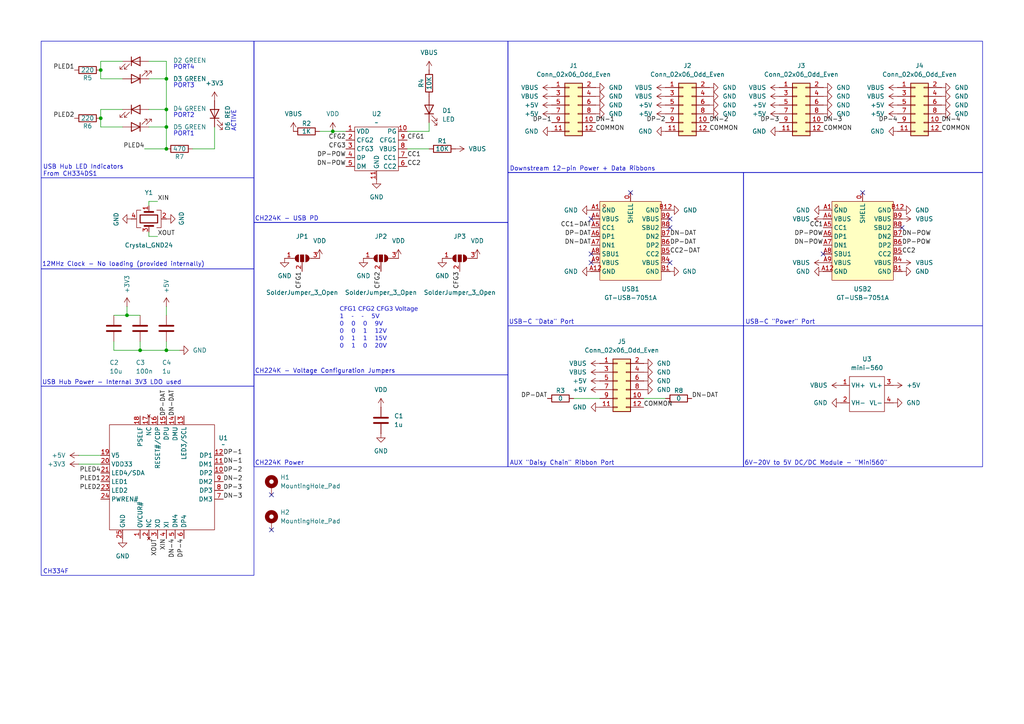
<source format=kicad_sch>
(kicad_sch (version 20231120) (generator "eeschema") (generator_version "8.0")
  (paper "A4")
  (lib_symbols
    (symbol "Connector_Generic:Conn_02x06_Odd_Even" (pin_names (offset 1.016) hide)
      (property "Reference" "J" (at 1.27 7.62 0))
      (property "Value" "Conn_02x06_Odd_Even" (at 1.27 -10.16 0))
      (symbol "Conn_02x06_Odd_Even_1_1"
        (rectangle (start -1.27 -7.493) (end 0 -7.747) (stroke (width 0.1524)))
        (rectangle (start -1.27 -4.953) (end 0 -5.207) (stroke (width 0.1524)))
        (rectangle (start -1.27 -2.413) (end 0 -2.667) (stroke (width 0.1524)))
        (rectangle (start -1.27 0.127) (end 0 -0.127) (stroke (width 0.1524)))
        (rectangle (start -1.27 2.667) (end 0 2.413) (stroke (width 0.1524)))
        (rectangle (start -1.27 5.207) (end 0 4.953) (stroke (width 0.1524)))
        (rectangle (start -1.27 6.35) (end 3.81 -8.89) (stroke (width 0.254)) (fill (type background)))
        (rectangle (start 3.81 -7.493) (end 2.54 -7.747) (stroke (width 0.1524)))
        (rectangle (start 3.81 -4.953) (end 2.54 -5.207) (stroke (width 0.1524)))
        (rectangle (start 3.81 -2.413) (end 2.54 -2.667) (stroke (width 0.1524)))
        (rectangle (start 3.81 0.127) (end 2.54 -0.127) (stroke (width 0.1524)))
        (rectangle (start 3.81 2.667) (end 2.54 2.413) (stroke (width 0.1524)))
        (rectangle (start 3.81 5.207) (end 2.54 4.953) (stroke (width 0.1524)))
        (pin passive line (at -5.08 5.08 0) (length 3.81) (name "Pin_1") (number "1"))
        (pin passive line (at 7.62 -5.08 180) (length 3.81) (name "Pin_10") (number "10"))
        (pin passive line (at -5.08 -7.62 0) (length 3.81) (name "Pin_11") (number "11"))
        (pin passive line (at 7.62 -7.62 180) (length 3.81) (name "Pin_12") (number "12"))
        (pin passive line (at 7.62 5.08 180) (length 3.81) (name "Pin_2") (number "2"))
        (pin passive line (at -5.08 2.54 0) (length 3.81) (name "Pin_3") (number "3"))
        (pin passive line (at 7.62 2.54 180) (length 3.81) (name "Pin_4") (number "4"))
        (pin passive line (at -5.08 0 0) (length 3.81) (name "Pin_5") (number "5"))
        (pin passive line (at 7.62 0 180) (length 3.81) (name "Pin_6") (number "6"))
        (pin passive line (at -5.08 -2.54 0) (length 3.81) (name "Pin_7") (number "7"))
        (pin passive line (at 7.62 -2.54 180) (length 3.81) (name "Pin_8") (number "8"))
        (pin passive line (at -5.08 -5.08 0) (length 3.81) (name "Pin_9") (number "9"))
      )
    )
    (symbol "Device:C" (pin_numbers hide) (pin_names (offset 0.254))
      (property "Reference" "C" (at 0.635 2.54 0))
      (property "Value" "C" (at 0.635 -2.54 0))
      (symbol "C_0_1"
        (polyline (pts (xy -2.032 -0.762) (xy 2.032 -0.762)) (stroke (width 0.508)))
        (polyline (pts (xy -2.032 0.762) (xy 2.032 0.762)) (stroke (width 0.508)))
      )
      (symbol "C_1_1"
        (pin passive line (at 0 3.81 270) (length 2.794) (name "~") (number "1"))
        (pin passive line (at 0 -3.81 90) (length 2.794) (name "~") (number "2"))
      )
    )
    (symbol "Device:Crystal_GND24" (pin_names (offset 1.016) hide)
      (property "Reference" "Y" (at 3.175 5.08 0))
      (property "Value" "Crystal_GND24" (at 3.175 3.175 0))
      (symbol "Crystal_GND24_0_1"
        (rectangle (start -1.143 2.54) (end 1.143 -2.54) (stroke (width 0.3048)))
        (polyline (pts (xy -2.54 0) (xy -2.032 0)))
        (polyline (pts (xy -2.032 -1.27) (xy -2.032 1.27)) (stroke (width 0.508)))
        (polyline (pts (xy 0 -3.81) (xy 0 -3.556)))
        (polyline (pts (xy 0 3.556) (xy 0 3.81)))
        (polyline (pts (xy 2.032 -1.27) (xy 2.032 1.27)) (stroke (width 0.508)))
        (polyline (pts (xy 2.032 0) (xy 2.54 0)))
        (polyline (pts (xy -2.54 -2.286) (xy -2.54 -3.556) (xy 2.54 -3.556) (xy 2.54 -2.286)))
        (polyline (pts (xy -2.54 2.286) (xy -2.54 3.556) (xy 2.54 3.556) (xy 2.54 2.286)))
      )
      (symbol "Crystal_GND24_1_1"
        (pin passive line (at -3.81 0 0) (length 1.27) (name "1") (number "1"))
        (pin passive line (at 0 5.08 270) (length 1.27) (name "2") (number "2"))
        (pin passive line (at 3.81 0 180) (length 1.27) (name "3") (number "3"))
        (pin passive line (at 0 -5.08 90) (length 1.27) (name "4") (number "4"))
      )
    )
    (symbol "Device:LED" (pin_numbers hide) (pin_names (offset 1.016) hide)
      (property "Reference" "D" (at 0 2.54 0))
      (property "Value" "LED" (at 0 -2.54 0))
      (symbol "LED_0_1"
        (polyline (pts (xy -1.27 -1.27) (xy -1.27 1.27)) (stroke (width 0.254)))
        (polyline (pts (xy -1.27 0) (xy 1.27 0)))
        (polyline (pts (xy 1.27 -1.27) (xy 1.27 1.27) (xy -1.27 0) (xy 1.27 -1.27)) (stroke (width 0.254)))
        (polyline (pts (xy -3.048 -0.762) (xy -4.572 -2.286) (xy -3.81 -2.286) (xy -4.572 -2.286) (xy -4.572 -1.524)))
        (polyline (pts (xy -1.778 -0.762) (xy -3.302 -2.286) (xy -2.54 -2.286) (xy -3.302 -2.286) (xy -3.302 -1.524)))
      )
      (symbol "LED_1_1"
        (pin passive line (at -3.81 0 0) (length 2.54) (name "K") (number "1"))
        (pin passive line (at 3.81 0 180) (length 2.54) (name "A") (number "2"))
      )
    )
    (symbol "Device:R" (pin_numbers hide) (pin_names (offset 0))
      (property "Reference" "R" (at 2.032 0 90))
      (property "Value" "R" (at 0 0 90))
      (symbol "R_0_1"
        (rectangle (start -1.016 -2.54) (end 1.016 2.54) (stroke (width 0.254)))
      )
      (symbol "R_1_1"
        (pin passive line (at 0 3.81 270) (length 1.27) (name "~") (number "1"))
        (pin passive line (at 0 -3.81 90) (length 1.27) (name "~") (number "2"))
      )
    )
    (symbol "Jumper:SolderJumper_3_Open" (pin_names (offset 0) hide) (exclude_from_sim yes) (in_bom no)
      (property "Reference" "JP" (at -2.54 -2.54 0))
      (property "Value" "SolderJumper_3_Open" (at 0 2.794 0))
      (symbol "SolderJumper_3_Open_0_1"
        (arc (start -1.016 1.016) (mid -2.0276 0) (end -1.016 -1.016))
        (arc (start -1.016 1.016) (mid -2.0276 0) (end -1.016 -1.016) (fill (type outline)))
        (rectangle (start -0.508 1.016) (end 0.508 -1.016) (fill (type outline)))
        (polyline (pts (xy -2.54 0) (xy -2.032 0)))
        (polyline (pts (xy -1.016 1.016) (xy -1.016 -1.016)))
        (polyline (pts (xy 0 -1.27) (xy 0 -1.016)))
        (polyline (pts (xy 1.016 1.016) (xy 1.016 -1.016)))
        (polyline (pts (xy 2.54 0) (xy 2.032 0)))
        (arc (start 1.016 -1.016) (mid 2.0276 0) (end 1.016 1.016))
        (arc (start 1.016 -1.016) (mid 2.0276 0) (end 1.016 1.016) (fill (type outline)))
      )
      (symbol "SolderJumper_3_Open_1_1"
        (pin passive line (at -5.08 0 0) (length 2.54) (name "A") (number "1"))
        (pin passive line (at 0 -3.81 90) (length 2.54) (name "C") (number "2"))
        (pin passive line (at 5.08 0 180) (length 2.54) (name "B") (number "3"))
      )
    )
    (symbol "Mechanical:MountingHole_Pad" (pin_numbers hide) (pin_names (offset 1.016) hide) (exclude_from_sim yes) (in_bom no)
      (property "Reference" "H" (at 0 6.35 0))
      (property "Value" "MountingHole_Pad" (at 0 4.445 0))
      (symbol "MountingHole_Pad_0_1"
        (circle (center 0 1.27) (radius 1.27) (stroke (width 1.27)))
      )
      (symbol "MountingHole_Pad_1_1"
        (pin input line (at 0 -2.54 90) (length 2.54) (name "1") (number "1"))
      )
    )
    (symbol "backbone-16:CH224K"
      (property "Reference" "U" (at 0 1.524 0))
      (symbol "CH224K_0_1"
        (rectangle (start -6.35 0) (end 6.35 -12.7))
      )
      (symbol "CH224K_1_1"
        (pin power_out line (at -8.89 -1.27 0) (length 2.54) (name "VDD") (number "1"))
        (pin bidirectional line (at 8.89 -1.27 180) (length 2.54) (name "PG") (number "10"))
        (pin power_in line (at 0 -15.24 90) (length 2.54) (name "GND") (number "11"))
        (pin input line (at -8.89 -3.81 0) (length 2.54) (name "CFG2") (number "2"))
        (pin input line (at -8.89 -6.35 0) (length 2.54) (name "CFG3") (number "3"))
        (pin bidirectional line (at -8.89 -8.89 0) (length 2.54) (name "DP") (number "4"))
        (pin bidirectional line (at -8.89 -11.43 0) (length 2.54) (name "DM") (number "5"))
        (pin bidirectional line (at 8.89 -11.43 180) (length 2.54) (name "CC2") (number "6"))
        (pin bidirectional line (at 8.89 -8.89 180) (length 2.54) (name "CC1") (number "7"))
        (pin power_in line (at 8.89 -6.35 180) (length 2.54) (name "VBUS") (number "8"))
        (pin input line (at 8.89 -3.81 180) (length 2.54) (name "CFG1") (number "9"))
      )
    )
    (symbol "backbone-16:CH334F"
      (property "Reference" "U" (at 0 0 0))
      (symbol "CH334F_0_0"
        (pin input line (at -6.35 -17.78 90) (length 2.54) (name "OVCUR#") (number "1"))
        (pin bidirectional line (at 17.78 1.27 180) (length 2.54) (name "DP2") (number "10"))
        (pin bidirectional line (at 17.78 3.81 180) (length 2.54) (name "DM1") (number "11"))
        (pin bidirectional line (at 17.78 6.35 180) (length 2.54) (name "DP1") (number "12"))
        (pin bidirectional line (at 6.35 17.78 270) (length 2.54) (name "LED3/SCL") (number "13"))
        (pin bidirectional line (at 3.81 17.78 270) (length 2.54) (name "DMU") (number "14"))
        (pin bidirectional line (at 1.27 17.78 270) (length 2.54) (name "DPU") (number "15"))
        (pin input line (at -1.27 17.78 270) (length 2.54) (name "RESET#/CDP") (number "16"))
        (pin no_connect line (at -3.81 17.78 270) (length 2.54) (name "NC") (number "17"))
        (pin bidirectional line (at -6.35 17.78 270) (length 2.54) (name "PSELF") (number "18"))
        (pin no_connect line (at -3.81 -17.78 90) (length 2.54) (name "NC") (number "2"))
        (pin power_in line (at -17.78 3.81 0) (length 2.54) (name "VDD33") (number "20"))
        (pin bidirectional line (at -17.78 1.27 0) (length 2.54) (name "LED4/SDA") (number "21"))
        (pin output line (at -17.78 -1.27 0) (length 2.54) (name "LED1") (number "22"))
        (pin output line (at -17.78 -3.81 0) (length 2.54) (name "LED2") (number "23"))
        (pin input line (at -17.78 -6.35 0) (length 2.54) (name "PWREN#") (number "24"))
        (pin bidirectional line (at -1.27 -17.78 90) (length 2.54) (name "XO") (number "3"))
        (pin bidirectional line (at 1.27 -17.78 90) (length 2.54) (name "XI") (number "4"))
        (pin bidirectional line (at 3.81 -17.78 90) (length 2.54) (name "DM4") (number "5"))
        (pin bidirectional line (at 6.35 -17.78 90) (length 2.54) (name "DP4") (number "6"))
        (pin bidirectional line (at 17.78 -6.35 180) (length 2.54) (name "DM3") (number "7"))
        (pin bidirectional line (at 17.78 -3.81 180) (length 2.54) (name "DP3") (number "8"))
        (pin bidirectional line (at 17.78 -1.27 180) (length 2.54) (name "DM2") (number "9"))
      )
      (symbol "CH334F_0_1"
        (rectangle (start -15.24 15.24) (end 15.24 -15.24))
      )
      (symbol "CH334F_1_0"
        (pin power_in line (at -17.78 6.35 0) (length 2.54) (name "V5") (number "19"))
        (pin power_in line (at -11.43 -17.78 90) (length 2.54) (name "GND") (number "25"))
      )
    )
    (symbol "backbone-16:mini-560"
      (property "Reference" "U1" (at 0 5.715 0))
      (property "Value" "mini-560" (at 0 3.175 0))
      (symbol "mini-560_0_1"
        (rectangle (start -5.08 0) (end 5.08 -10.16))
      )
      (symbol "mini-560_1_1"
        (pin input line (at -7.62 -2.54 0) (length 2.54) (name "VH+") (number "1"))
        (pin input line (at -7.62 -7.62 0) (length 2.54) (name "VH-") (number "2"))
        (pin output line (at 7.62 -2.54 180) (length 2.54) (name "VL+") (number "3"))
        (pin output line (at 7.62 -7.62 180) (length 2.54) (name "VL-") (number "4"))
      )
    )
    (symbol "easyeda2kicad:GT-USB-7051A"
      (property "Reference" "USB" (at 0 19.05 0))
      (property "Value" "GT-USB-7051A" (at 0 -13.97 0))
      (symbol "GT-USB-7051A_0_1"
        (rectangle (start -8.89 11.43) (end 8.89 -11.43) (fill (type background)))
        (circle (center -7.62 10.16) (radius 0.38))
        (pin unspecified line (at 0 13.97 270) (length 2.54) (name "SHELL") (number "0"))
        (pin unspecified line (at -11.43 8.89 0) (length 2.54) (name "GND") (number "A1"))
        (pin unspecified line (at -11.43 -8.89 0) (length 2.54) (name "GND") (number "A12"))
        (pin unspecified line (at -11.43 6.35 0) (length 2.54) (name "VBUS") (number "A4"))
        (pin unspecified line (at -11.43 3.81 0) (length 2.54) (name "CC1") (number "A5"))
        (pin unspecified line (at -11.43 1.27 0) (length 2.54) (name "DP1") (number "A6"))
        (pin unspecified line (at -11.43 -1.27 0) (length 2.54) (name "DN1") (number "A7"))
        (pin unspecified line (at -11.43 -3.81 0) (length 2.54) (name "SBU1") (number "A8"))
        (pin unspecified line (at -11.43 -6.35 0) (length 2.54) (name "VBUS") (number "A9"))
        (pin unspecified line (at 11.43 -8.89 180) (length 2.54) (name "GND") (number "B1"))
        (pin unspecified line (at 11.43 8.89 180) (length 2.54) (name "GND") (number "B12"))
        (pin unspecified line (at 11.43 -6.35 180) (length 2.54) (name "VBUS") (number "B4"))
        (pin unspecified line (at 11.43 -3.81 180) (length 2.54) (name "CC2") (number "B5"))
        (pin unspecified line (at 11.43 -1.27 180) (length 2.54) (name "DP2") (number "B6"))
        (pin unspecified line (at 11.43 1.27 180) (length 2.54) (name "DN2") (number "B7"))
        (pin unspecified line (at 11.43 3.81 180) (length 2.54) (name "SBU2") (number "B8"))
        (pin unspecified line (at 11.43 6.35 180) (length 2.54) (name "VBUS") (number "B9"))
      )
    )
    (symbol "power:+3V3" (power) (pin_numbers hide) (pin_names (offset 0) hide)
      (property "Value" "+3V3" (at 0 3.556 0))
      (symbol "+3V3_0_1"
        (polyline (pts (xy -0.762 1.27) (xy 0 2.54)))
        (polyline (pts (xy 0 0) (xy 0 2.54)))
        (polyline (pts (xy 0 2.54) (xy 0.762 1.27)))
      )
      (symbol "+3V3_1_1"
        (pin power_in line (at 0 0 90) (length 0) (name "~") (number "1"))
      )
    )
    (symbol "power:+5V" (power) (pin_numbers hide) (pin_names (offset 0) hide)
      (property "Value" "+5V" (at 0 3.556 0))
      (symbol "+5V_0_1"
        (polyline (pts (xy -0.762 1.27) (xy 0 2.54)))
        (polyline (pts (xy 0 0) (xy 0 2.54)))
        (polyline (pts (xy 0 2.54) (xy 0.762 1.27)))
      )
      (symbol "+5V_1_1"
        (pin power_in line (at 0 0 90) (length 0) (name "~") (number "1"))
      )
    )
    (symbol "power:GND" (power) (pin_numbers hide) (pin_names (offset 0) hide)
      (property "Value" "GND" (at 0 -3.81 0))
      (symbol "GND_0_1"
        (polyline (pts (xy 0 0) (xy 0 -1.27) (xy 1.27 -1.27) (xy 0 -2.54) (xy -1.27 -1.27) (xy 0 -1.27)))
      )
      (symbol "GND_1_1"
        (pin power_in line (at 0 0 270) (length 0) (name "~") (number "1"))
      )
    )
    (symbol "power:VBUS" (power) (pin_numbers hide) (pin_names (offset 0) hide)
      (property "Value" "VBUS" (at 0 3.556 0))
      (symbol "VBUS_0_1"
        (polyline (pts (xy -0.762 1.27) (xy 0 2.54)))
        (polyline (pts (xy 0 0) (xy 0 2.54)))
        (polyline (pts (xy 0 2.54) (xy 0.762 1.27)))
      )
      (symbol "VBUS_1_1"
        (pin power_in line (at 0 0 90) (length 0) (name "~") (number "1"))
      )
    )
    (symbol "power:VDD" (power) (pin_numbers hide) (pin_names (offset 0) hide)
      (property "Value" "VDD" (at 0 3.556 0))
      (symbol "VDD_0_1"
        (polyline (pts (xy -0.762 1.27) (xy 0 2.54)))
        (polyline (pts (xy 0 0) (xy 0 2.54)))
        (polyline (pts (xy 0 2.54) (xy 0.762 1.27)))
      )
      (symbol "VDD_1_1"
        (pin power_in line (at 0 0 90) (length 0) (name "~") (number "1"))
      )
    )
  )
  (junction (at 48.26 22.86))
  (junction (at 29.21 34.29))
  (junction (at 40.64 101.6))
  (junction (at 48.26 43.18))
  (junction (at 96.52 38.1))
  (junction (at 48.26 101.6))
  (junction (at 29.21 20.32))
  (junction (at 48.26 36.83))
  (junction (at 36.83 91.44))
  (junction (at 48.26 31.75))
  (no_connect (at 78.74 153.67))
  (no_connect (at 171.45 76.2))
  (no_connect (at 250.19 55.88))
  (no_connect (at 194.31 66.04))
  (no_connect (at 182.88 55.88))
  (no_connect (at 194.31 76.2))
  (no_connect (at 194.31 63.5))
  (no_connect (at 171.45 63.5))
  (no_connect (at 78.74 143.51))
  (no_connect (at 261.62 66.04))
  (no_connect (at 171.45 73.66))
  (no_connect (at 238.76 73.66))
  (wire (pts (xy 33.02 101.6) (xy 40.64 101.6)))
  (wire (pts (xy 48.26 88.9) (xy 48.26 91.44)))
  (wire (pts (xy 43.18 36.83) (xy 48.26 36.83)))
  (wire (pts (xy 40.64 101.6) (xy 48.26 101.6)))
  (wire (pts (xy 48.26 101.6) (xy 52.07 101.6)))
  (wire (pts (xy 96.52 38.1) (xy 100.33 38.1)))
  (wire (pts (xy 43.18 67.31) (xy 43.18 68.58)))
  (wire (pts (xy 118.11 38.1) (xy 124.46 38.1)))
  (wire (pts (xy 22.86 132.08) (xy 29.21 132.08)))
  (wire (pts (xy 43.18 58.42) (xy 43.18 59.69)))
  (wire (pts (xy 22.86 134.62) (xy 29.21 134.62)))
  (wire (pts (xy 43.18 31.75) (xy 48.26 31.75)))
  (wire (pts (xy 35.56 36.83) (xy 29.21 36.83)))
  (wire (pts (xy 33.02 91.44) (xy 36.83 91.44)))
  (wire (pts (xy 48.26 99.06) (xy 48.26 101.6)))
  (wire (pts (xy 62.23 36.83) (xy 62.23 43.18)))
  (wire (pts (xy 92.71 38.1) (xy 96.52 38.1)))
  (wire (pts (xy 36.83 91.44) (xy 40.64 91.44)))
  (wire (pts (xy 29.21 17.78) (xy 29.21 20.32)))
  (wire (pts (xy 48.26 36.83) (xy 48.26 43.18)))
  (wire (pts (xy 48.26 31.75) (xy 48.26 36.83)))
  (wire (pts (xy 36.83 91.44) (xy 36.83 88.9)))
  (wire (pts (xy 33.02 99.06) (xy 33.02 101.6)))
  (wire (pts (xy 43.18 22.86) (xy 48.26 22.86)))
  (wire (pts (xy 35.56 31.75) (xy 29.21 31.75)))
  (wire (pts (xy 29.21 36.83) (xy 29.21 34.29)))
  (wire (pts (xy 43.18 17.78) (xy 48.26 17.78)))
  (wire (pts (xy 29.21 22.86) (xy 29.21 20.32)))
  (wire (pts (xy 43.18 58.42) (xy 45.72 58.42)))
  (wire (pts (xy 35.56 22.86) (xy 29.21 22.86)))
  (wire (pts (xy 40.64 99.06) (xy 40.64 101.6)))
  (wire (pts (xy 29.21 31.75) (xy 29.21 34.29)))
  (wire (pts (xy 48.26 17.78) (xy 48.26 22.86)))
  (wire (pts (xy 186.69 115.57) (xy 193.04 115.57)))
  (wire (pts (xy 48.26 22.86) (xy 48.26 31.75)))
  (wire (pts (xy 166.37 115.57) (xy 173.99 115.57)))
  (wire (pts (xy 62.23 43.18) (xy 55.88 43.18)))
  (wire (pts (xy 124.46 35.56) (xy 124.46 38.1)))
  (wire (pts (xy 43.18 68.58) (xy 45.72 68.58)))
  (wire (pts (xy 118.11 43.18) (xy 124.46 43.18)))
  (wire (pts (xy 35.56 17.78) (xy 29.21 17.78)))
  (wire (pts (xy 41.91 43.18) (xy 48.26 43.18)))
  (rectangle (start 73.66 11.938) (end 147.32 64.516))
  (rectangle (start 73.66 64.516) (end 147.32 108.712))
  (rectangle (start 215.646 94.488) (end 284.988 135.382))
  (rectangle (start 147.32 50.038) (end 215.646 94.488))
  (rectangle (start 11.938 112.014) (end 73.66 166.878))
  (rectangle (start 215.646 50.038) (end 284.988 94.488))
  (rectangle (start 11.938 77.978) (end 73.66 112.014))
  (rectangle (start 11.938 51.562) (end 73.66 77.978))
  (rectangle (start 147.32 11.938) (end 284.988 50.038))
  (rectangle (start 73.66 108.712) (end 147.32 135.382))
  (rectangle (start 147.32 94.488) (end 215.646 135.382))
  (rectangle (start 11.938 11.938) (end 73.66 51.562))
  (text "CH224K - Voltage Configuration Jumpers" (at 73.914 107.696 0) (effects (font (size 1.27 1.27)) (justify left)))
  (text "USB-C \"Data\" Port" (at 147.574 93.472 0) (effects (font (size 1.27 1.27)) (justify left)))
  (text "AUX \"Daisy Chain\" Ribbon Port" (at 147.828 134.366 0) (effects (font (size 1.27 1.27)) (justify left)))
  (text "USB Hub LED Indicators\nFrom CH334DS1" (at 12.446 49.53 0) (effects (font (size 1.27 1.27)) (justify left)))
  (text "CFG1 CFG2 CFG3 Voltage\n1    -    -    5V\n0    0    0    9V\n0    0    1    12V\n0    1    1    15V\n0    1    0    20V" (at 98.552 95.504 0) (effects (font (size 1.27 1.27)) (justify left)))
  (text "Downstream 12-pin Power + Data Ribbons" (at 147.828 49.022 0) (effects (font (size 1.27 1.27)) (justify left)))
  (text "USB-C \"Power\" Port" (at 216.154 93.472 0) (effects (font (size 1.27 1.27)) (justify left)))
  (text "PORT1" (at 53.34 38.862 0) (effects (font (size 1.27 1.27))))
  (text "PORT2" (at 53.34 33.528 0) (effects (font (size 1.27 1.27))))
  (text "ACTIVE" (at 67.818 35.052 90) (effects (font (size 1.27 1.27))))
  (text "PORT4" (at 53.34 19.558 0) (effects (font (size 1.27 1.27))))
  (text "CH334F" (at 12.446 165.862 0) (effects (font (size 1.27 1.27)) (justify left)))
  (text "12MHz Clock - No loading (provided internally)" (at 12.192 76.708 0) (effects (font (size 1.27 1.27)) (justify left)))
  (text "CH224K Power" (at 73.914 134.366 0) (effects (font (size 1.27 1.27)) (justify left)))
  (text "6V-20V to 5V DC/DC Module - \"Mini560\"" (at 215.9 134.366 0) (effects (font (size 1.27 1.27)) (justify left)))
  (text "USB Hub Power - Internal 3V3 LDO used" (at 12.192 110.998 0) (effects (font (size 1.27 1.27)) (justify left)))
  (text "PORT3" (at 53.34 24.892 0) (effects (font (size 1.27 1.27))))
  (text "CH224K - USB PD" (at 73.914 63.5 0) (effects (font (size 1.27 1.27)) (justify left)))
  (label "COMMON" (at 172.72 38.1 0))
  (label "DP-1" (at 64.77 132.08 0))
  (label "XIN" (at 48.26 156.21 270))
  (label "XOUT" (at 45.72 68.58 0))
  (label "DN-3" (at 64.77 144.78 0))
  (label "PLED4" (at 29.21 137.16 180))
  (label "CC2-DAT" (at 194.31 73.66 0))
  (label "DN-DAT" (at 171.45 71.12 180))
  (label "DP-POW" (at 100.33 45.72 180))
  (label "CC1" (at 118.11 45.72 0))
  (label "CC2" (at 118.11 48.26 0))
  (label "DP-DAT" (at 48.26 120.65 90))
  (label "CFG1" (at 118.11 40.64 0))
  (label "CC1-DAT" (at 171.45 66.04 180))
  (label "PLED2" (at 29.21 142.24 180))
  (label "CFG1" (at 87.63 78.74 270))
  (label "DN-1" (at 172.72 35.56 0))
  (label "CC2" (at 261.62 73.66 0))
  (label "COMMON" (at 238.76 38.1 0))
  (label "DP-POW" (at 261.62 71.12 0))
  (label "PLED1" (at 21.59 20.32 180))
  (label "DP-4" (at 53.34 156.21 270))
  (label "DN-2" (at 64.77 139.7 0))
  (label "DN-2" (at 205.74 35.56 0))
  (label "DP-DAT" (at 158.75 115.57 180))
  (label "COMMON" (at 186.69 118.11 0))
  (label "DN-POW" (at 261.62 68.58 0))
  (label "DN-1" (at 64.77 134.62 0))
  (label "CFG2" (at 100.33 40.64 180))
  (label "DN-DAT" (at 194.31 68.58 0))
  (label "DP-3" (at 64.77 142.24 0))
  (label "COMMON" (at 273.05 38.1 0))
  (label "DP-3" (at 226.06 35.56 180))
  (label "DN-POW" (at 238.76 71.12 180))
  (label "DP-4" (at 260.35 35.56 180))
  (label "DN-DAT" (at 200.66 115.57 0))
  (label "CFG3" (at 100.33 43.18 180))
  (label "XIN" (at 45.72 58.42 0))
  (label "DP-2" (at 193.04 35.56 180))
  (label "DP-DAT" (at 194.31 71.12 0))
  (label "COMMON" (at 205.74 38.1 0))
  (label "DP-1" (at 160.02 35.56 180))
  (label "CFG3" (at 133.35 78.74 270))
  (label "XOUT" (at 45.72 156.21 270))
  (label "DN-DAT" (at 50.8 120.65 90))
  (label "DN-POW" (at 100.33 48.26 180))
  (label "PLED4" (at 41.91 43.18 180))
  (label "DP-POW" (at 238.76 68.58 180))
  (label "DP-DAT" (at 171.45 68.58 180))
  (label "DN-3" (at 238.76 35.56 0))
  (label "PLED2" (at 21.59 34.29 180))
  (label "DP-2" (at 64.77 137.16 0))
  (label "PLED1" (at 29.21 139.7 180))
  (label "CC1" (at 238.76 66.04 180))
  (label "DN-4" (at 273.05 35.56 0))
  (label "CFG2" (at 110.49 78.74 270))
  (label "DN-4" (at 50.8 156.21 270))
  (symbol (lib_id "power:+5V") (at 193.04 33.02 90) (unit 1)
    (property "Reference" "#PWR039" (effects (hide yes)))
    (property "Value" "+5V" (at 189.23 33.0199 90) (effects (justify left)))
    (property "Description" "Power symbol creates a global label with name \"+5V\"" (effects (hide yes)))
  )
  (symbol (lib_id "Jumper:SolderJumper_3_Open") (at 110.49 74.93 0) (unit 1) (exclude_from_sim yes) (in_bom no)
    (property "Reference" "JP2" (at 110.49 68.58 0))
    (property "Value" "SolderJumper_3_Open" (at 110.49 84.836 0))
    (property "Footprint" "Jumper:SolderJumper-3_P2.0mm_Open_TrianglePad1.0x1.5mm" (effects (hide yes)))
    (property "Description" "Solder Jumper, 3-pole, open" (effects (hide yes)))
  )
  (symbol (lib_id "Device:Crystal_GND24") (at 43.18 63.5 270) (unit 1)
    (property "Reference" "Y1" (at 43.18 55.88 90))
    (property "Value" "Crystal_GND24" (at 43.18 71.12 90))
    (property "Footprint" "Crystal:Crystal_SMD_3225-4Pin_3.2x2.5mm" (effects (hide yes)))
  )
  (symbol (lib_id "Device:R") (at 124.46 24.13 180) (unit 1)
    (property "Reference" "R4" (at 122.174 24.13 90))
    (property "Value" "10K" (at 124.46 24.13 90))
    (property "Footprint" "Resistor_SMD:R_0603_1608Metric" (effects (hide yes)))
    (property "Description" "Resistor" (effects (hide yes)))
  )
  (symbol (lib_id "power:VDD") (at 115.57 74.93 0) (unit 1)
    (property "Reference" "#PWR07" (effects (hide yes)))
    (property "Value" "VDD" (at 115.57 69.85 0))
    (property "Description" "Power symbol creates a global label with name \"VDD\"" (effects (hide yes)))
  )
  (symbol (lib_id "power:VBUS") (at 124.46 20.32 0) (unit 1)
    (property "Reference" "#PWR011" (effects (hide yes)))
    (property "Value" "VBUS" (at 124.46 15.24 0))
    (property "Description" "Power symbol creates a global label with name \"VBUS\"" (effects (hide yes)))
  )
  (symbol (lib_id "power:+5V") (at 260.35 30.48 90) (unit 1)
    (property "Reference" "#PWR056" (effects (hide yes)))
    (property "Value" "+5V" (at 256.54 30.4799 90) (effects (justify left)))
    (property "Description" "Power symbol creates a global label with name \"+5V\"" (effects (hide yes)))
  )
  (symbol (lib_id "power:VBUS") (at 160.02 25.4 90) (unit 1)
    (property "Reference" "#PWR034" (effects (hide yes)))
    (property "Value" "VBUS" (at 156.21 25.3999 90) (effects (justify left)))
    (property "Description" "Power symbol creates a global label with name \"VBUS\"" (effects (hide yes)))
  )
  (symbol (lib_id "Device:LED") (at 124.46 31.75 90) (unit 1)
    (property "Reference" "D1" (at 128.27 32.0674 90) (effects (justify right)))
    (property "Value" "LED" (at 128.27 34.6074 90) (effects (justify right)))
    (property "Footprint" "Diode_SMD:D_0603_1608Metric" (effects (hide yes)))
    (property "Description" "Light emitting diode" (effects (hide yes)))
  )
  (symbol (lib_id "Device:LED") (at 39.37 31.75 0) (unit 1)
    (property "Reference" "D4" (at 51.562 31.496 0))
    (property "Value" "GREEN" (at 56.642 31.496 0))
    (property "Footprint" "Diode_SMD:D_0603_1608Metric" (effects (hide yes)))
    (property "Description" "Light emitting diode" (effects (hide yes)))
  )
  (symbol (lib_id "power:VBUS") (at 226.06 25.4 90) (unit 1)
    (property "Reference" "#PWR045" (effects (hide yes)))
    (property "Value" "VBUS" (at 222.25 25.3999 90) (effects (justify left)))
    (property "Description" "Power symbol creates a global label with name \"VBUS\"" (effects (hide yes)))
  )
  (symbol (lib_id "Device:R") (at 25.4 34.29 270) (unit 1)
    (property "Reference" "R6" (at 25.4 36.576 90))
    (property "Value" "220" (at 25.4 34.29 90))
    (property "Footprint" "Resistor_SMD:R_0603_1608Metric" (effects (hide yes)))
    (property "Description" "Resistor" (effects (hide yes)))
  )
  (symbol (lib_id "power:VBUS") (at 132.08 43.18 270) (unit 1)
    (property "Reference" "#PWR01" (effects (hide yes)))
    (property "Value" "VBUS" (at 135.89 43.1799 90) (effects (justify left)))
    (property "Description" "Power symbol creates a global label with name \"VBUS\"" (effects (hide yes)))
  )
  (symbol (lib_id "power:VDD") (at 110.49 118.11 0) (unit 1)
    (property "Reference" "#PWR013" (effects (hide yes)))
    (property "Value" "VDD" (at 110.49 113.03 0))
    (property "Description" "Power symbol creates a global label with name \"VDD\"" (effects (hide yes)))
  )
  (symbol (lib_id "power:GND") (at 128.27 74.93 0) (unit 1)
    (property "Reference" "#PWR04" (effects (hide yes)))
    (property "Value" "GND" (at 128.27 80.01 0))
    (property "Description" "Power symbol creates a global label with name \"GND\" , ground" (effects (hide yes)))
  )
  (symbol (lib_id "power:GND") (at 259.08 116.84 90) (unit 1)
    (property "Reference" "#PWR075" (effects (hide yes)))
    (property "Value" "GND" (at 262.89 116.8399 90) (effects (justify right)))
    (property "Description" "Power symbol creates a global label with name \"GND\" , ground" (effects (hide yes)))
  )
  (symbol (lib_id "power:VBUS") (at 193.04 27.94 90) (unit 1)
    (property "Reference" "#PWR037" (effects (hide yes)))
    (property "Value" "VBUS" (at 189.23 27.9399 90) (effects (justify left)))
    (property "Description" "Power symbol creates a global label with name \"VBUS\"" (effects (hide yes)))
  )
  (symbol (lib_id "Device:LED") (at 39.37 22.86 180) (unit 1)
    (property "Reference" "D3" (at 51.562 22.86 0))
    (property "Value" "GREEN" (at 56.642 22.86 0))
    (property "Footprint" "Diode_SMD:D_0603_1608Metric" (effects (hide yes)))
    (property "Description" "Light emitting diode" (effects (hide yes)))
  )
  (symbol (lib_id "power:+5V") (at 160.02 33.02 90) (unit 1)
    (property "Reference" "#PWR028" (effects (hide yes)))
    (property "Value" "+5V" (at 156.21 33.0199 90) (effects (justify left)))
    (property "Description" "Power symbol creates a global label with name \"+5V\"" (effects (hide yes)))
  )
  (symbol (lib_id "Connector_Generic:Conn_02x06_Odd_Even") (at 265.43 30.48 0) (unit 1)
    (property "Reference" "J4" (at 266.7 19.05 0))
    (property "Value" "Conn_02x06_Odd_Even" (at 266.7 21.59 0))
    (property "Footprint" "Connector_PinHeader_2.54mm:PinHeader_2x06_P2.54mm_Vertical" (effects (hide yes)))
    (property "Description" "Generic connector, double row, 02x06, odd/even pin numbering scheme (row 1 odd numbers, row 2 even numbers), script generated (kicad-library-utils/schlib/autogen/connector/)" (effects (hide yes)))
  )
  (symbol (lib_id "power:GND") (at 35.56 156.21 0) (unit 1)
    (property "Reference" "#PWR076" (effects (hide yes)))
    (property "Value" "GND" (at 35.56 161.29 0))
    (property "Description" "Power symbol creates a global label with name \"GND\" , ground" (effects (hide yes)))
  )
  (symbol (lib_id "power:GND") (at 172.72 30.48 90) (unit 1)
    (property "Reference" "#PWR032" (effects (hide yes)))
    (property "Value" "GND" (at 176.53 30.4799 90) (effects (justify right)))
    (property "Description" "Power symbol creates a global label with name \"GND\" , ground" (effects (hide yes)))
  )
  (symbol (lib_id "power:+5V") (at 259.08 111.76 270) (unit 1)
    (property "Reference" "#PWR073" (effects (hide yes)))
    (property "Value" "+5V" (at 262.89 111.7599 90) (effects (justify left)))
    (property "Description" "Power symbol creates a global label with name \"+5V\"" (effects (hide yes)))
  )
  (symbol (lib_id "power:GND") (at 172.72 25.4 90) (unit 1)
    (property "Reference" "#PWR030" (effects (hide yes)))
    (property "Value" "GND" (at 176.53 25.3999 90) (effects (justify right)))
    (property "Description" "Power symbol creates a global label with name \"GND\" , ground" (effects (hide yes)))
  )
  (symbol (lib_id "Device:R") (at 162.56 115.57 90) (unit 1)
    (property "Reference" "R3" (at 162.56 113.284 90))
    (property "Value" "0" (at 162.56 115.57 90))
    (property "Footprint" "Resistor_SMD:R_0603_1608Metric" (effects (hide yes)))
    (property "Description" "Resistor" (effects (hide yes)))
  )
  (symbol (lib_id "power:VBUS") (at 261.62 76.2 270) (unit 1)
    (property "Reference" "#PWR017" (effects (hide yes)))
    (property "Value" "VBUS" (at 265.5458 76.1999 90) (effects (justify left)))
    (property "Description" "Power symbol creates a global label with name \"VBUS\"" (effects (hide yes)))
  )
  (symbol (lib_id "backbone-16:CH224K") (at 109.22 36.83 0) (unit 1)
    (property "Reference" "U2" (at 109.22 33.02 0))
    (property "Value" "~" (at 109.22 35.56 0))
    (property "Footprint" "easyeda2kicad:ESSOP-10_L4.9-W3.9-P1.0-LS6.0-TL-EP" (effects (hide yes)))
  )
  (symbol (lib_id "power:+5V") (at 226.06 30.48 90) (unit 1)
    (property "Reference" "#PWR047" (effects (hide yes)))
    (property "Value" "+5V" (at 222.25 30.4799 90) (effects (justify left)))
    (property "Description" "Power symbol creates a global label with name \"+5V\"" (effects (hide yes)))
  )
  (symbol (lib_id "power:VBUS") (at 160.02 27.94 90) (unit 1)
    (property "Reference" "#PWR035" (effects (hide yes)))
    (property "Value" "VBUS" (at 156.21 27.9399 90) (effects (justify left)))
    (property "Description" "Power symbol creates a global label with name \"VBUS\"" (effects (hide yes)))
  )
  (symbol (lib_id "power:GND") (at 171.45 60.96 270) (unit 1)
    (property "Reference" "#PWR026" (effects (hide yes)))
    (property "Value" "GND" (at 167.64 60.9599 90) (effects (justify right)))
    (property "Description" "Power symbol creates a global label with name \"GND\" , ground" (effects (hide yes)))
  )
  (symbol (lib_id "power:VBUS") (at 85.09 38.1 0) (unit 1)
    (property "Reference" "#PWR09" (effects (hide yes)))
    (property "Value" "VBUS" (at 85.09 33.02 0))
    (property "Description" "Power symbol creates a global label with name \"VBUS\"" (effects (hide yes)))
  )
  (symbol (lib_id "power:GND") (at 110.49 125.73 0) (unit 1)
    (property "Reference" "#PWR014" (effects (hide yes)))
    (property "Value" "GND" (at 110.49 130.81 0))
    (property "Description" "Power symbol creates a global label with name \"GND\" , ground" (effects (hide yes)))
  )
  (symbol (lib_id "power:GND") (at 273.05 27.94 90) (unit 1)
    (property "Reference" "#PWR060" (effects (hide yes)))
    (property "Value" "GND" (at 276.86 27.9399 90) (effects (justify right)))
    (property "Description" "Power symbol creates a global label with name \"GND\" , ground" (effects (hide yes)))
  )
  (symbol (lib_id "power:GND") (at 52.07 101.6 90) (unit 1)
    (property "Reference" "#PWR083" (effects (hide yes)))
    (property "Value" "GND" (at 55.88 101.5999 90) (effects (justify right)))
    (property "Description" "Power symbol creates a global label with name \"GND\" , ground" (effects (hide yes)))
  )
  (symbol (lib_id "power:+3V3") (at 36.83 88.9 0) (unit 1)
    (property "Reference" "#PWR082" (effects (hide yes)))
    (property "Value" "+3V3" (at 36.8301 85.09 90) (effects (justify left)))
    (property "Description" "Power symbol creates a global label with name \"+3V3\"" (effects (hide yes)))
  )
  (symbol (lib_id "Mechanical:MountingHole_Pad") (at 78.74 140.97 0) (unit 1) (exclude_from_sim yes) (in_bom no)
    (property "Reference" "H1" (at 81.28 138.4299 0) (effects (justify left)))
    (property "Value" "MountingHole_Pad" (at 81.28 140.9699 0) (effects (justify left)))
    (property "Footprint" "MountingHole:MountingHole_3.2mm_M3_Pad_Via" (effects (hide yes)))
    (property "Description" "Mounting Hole with connection" (effects (hide yes)))
  )
  (symbol (lib_id "power:VBUS") (at 226.06 27.94 90) (unit 1)
    (property "Reference" "#PWR046" (effects (hide yes)))
    (property "Value" "VBUS" (at 222.25 27.9399 90) (effects (justify left)))
    (property "Description" "Power symbol creates a global label with name \"VBUS\"" (effects (hide yes)))
  )
  (symbol (lib_id "power:GND") (at 238.76 27.94 90) (unit 1)
    (property "Reference" "#PWR051" (effects (hide yes)))
    (property "Value" "GND" (at 242.57 27.9399 90) (effects (justify right)))
    (property "Description" "Power symbol creates a global label with name \"GND\" , ground" (effects (hide yes)))
  )
  (symbol (lib_id "Connector_Generic:Conn_02x06_Odd_Even") (at 179.07 110.49 0) (unit 1)
    (property "Reference" "J5" (at 180.34 99.06 0))
    (property "Value" "Conn_02x06_Odd_Even" (at 180.34 101.6 0))
    (property "Footprint" "Connector_PinHeader_2.54mm:PinHeader_2x06_P2.54mm_Vertical" (effects (hide yes)))
    (property "Description" "Generic connector, double row, 02x06, odd/even pin numbering scheme (row 1 odd numbers, row 2 even numbers), script generated (kicad-library-utils/schlib/autogen/connector/)" (effects (hide yes)))
  )
  (symbol (lib_id "power:GND") (at 194.31 60.96 90) (unit 1)
    (property "Reference" "#PWR025" (effects (hide yes)))
    (property "Value" "GND" (at 198.12 60.9599 90) (effects (justify right)))
    (property "Description" "Power symbol creates a global label with name \"GND\" , ground" (effects (hide yes)))
  )
  (symbol (lib_id "Device:C") (at 48.26 95.25 0) (unit 1)
    (property "Reference" "C4" (at 46.99 105.156 0) (effects (justify left)))
    (property "Value" "1u" (at 46.99 107.696 0) (effects (justify left)))
    (property "Footprint" "Capacitor_SMD:C_0603_1608Metric" (effects (hide yes)))
    (property "Description" "Unpolarized capacitor" (effects (hide yes)))
  )
  (symbol (lib_id "power:GND") (at 205.74 25.4 90) (unit 1)
    (property "Reference" "#PWR041" (effects (hide yes)))
    (property "Value" "GND" (at 209.55 25.3999 90) (effects (justify right)))
    (property "Description" "Power symbol creates a global label with name \"GND\" , ground" (effects (hide yes)))
  )
  (symbol (lib_id "power:VDD") (at 92.71 74.93 0) (unit 1)
    (property "Reference" "#PWR06" (effects (hide yes)))
    (property "Value" "VDD" (at 92.71 69.85 0))
    (property "Description" "Power symbol creates a global label with name \"VDD\"" (effects (hide yes)))
  )
  (symbol (lib_id "power:GND") (at 173.99 118.11 270) (unit 1)
    (property "Reference" "#PWR067" (effects (hide yes)))
    (property "Value" "GND" (at 170.18 118.1099 90) (effects (justify right)))
    (property "Description" "Power symbol creates a global label with name \"GND\" , ground" (effects (hide yes)))
  )
  (symbol (lib_id "power:VBUS") (at 260.35 27.94 90) (unit 1)
    (property "Reference" "#PWR055" (effects (hide yes)))
    (property "Value" "VBUS" (at 256.54 27.9399 90) (effects (justify left)))
    (property "Description" "Power symbol creates a global label with name \"VBUS\"" (effects (hide yes)))
  )
  (symbol (lib_id "Device:LED") (at 62.23 33.02 90) (unit 1)
    (property "Reference" "D6" (at 66.04 36.576 0))
    (property "Value" "RED" (at 66.04 32.512 0))
    (property "Footprint" "Diode_SMD:D_0603_1608Metric" (effects (hide yes)))
    (property "Description" "Light emitting diode" (effects (hide yes)))
  )
  (symbol (lib_id "Connector_Generic:Conn_02x06_Odd_Even") (at 165.1 30.48 0) (unit 1)
    (property "Reference" "J1" (at 166.37 19.05 0))
    (property "Value" "Conn_02x06_Odd_Even" (at 166.37 21.59 0))
    (property "Footprint" "Connector_PinHeader_2.54mm:PinHeader_2x06_P2.54mm_Vertical" (effects (hide yes)))
    (property "Description" "Generic connector, double row, 02x06, odd/even pin numbering scheme (row 1 odd numbers, row 2 even numbers), script generated (kicad-library-utils/schlib/autogen/connector/)" (effects (hide yes)))
  )
  (symbol (lib_id "power:GND") (at 186.69 113.03 90) (unit 1)
    (property "Reference" "#PWR071" (effects (hide yes)))
    (property "Value" "GND" (at 190.5 113.0299 90) (effects (justify right)))
    (property "Description" "Power symbol creates a global label with name \"GND\" , ground" (effects (hide yes)))
  )
  (symbol (lib_id "power:GND") (at 238.76 25.4 90) (unit 1)
    (property "Reference" "#PWR050" (effects (hide yes)))
    (property "Value" "GND" (at 242.57 25.3999 90) (effects (justify right)))
    (property "Description" "Power symbol creates a global label with name \"GND\" , ground" (effects (hide yes)))
  )
  (symbol (lib_id "power:GND") (at 238.76 30.48 90) (unit 1)
    (property "Reference" "#PWR052" (effects (hide yes)))
    (property "Value" "GND" (at 242.57 30.4799 90) (effects (justify right)))
    (property "Description" "Power symbol creates a global label with name \"GND\" , ground" (effects (hide yes)))
  )
  (symbol (lib_id "power:GND") (at 205.74 30.48 90) (unit 1)
    (property "Reference" "#PWR043" (effects (hide yes)))
    (property "Value" "GND" (at 209.55 30.4799 90) (effects (justify right)))
    (property "Description" "Power symbol creates a global label with name \"GND\" , ground" (effects (hide yes)))
  )
  (symbol (lib_id "backbone-16:CH334F") (at 46.99 138.43 0) (unit 1)
    (property "Reference" "U1" (at 64.77 127.0314 0))
    (property "Value" "~" (at 64.77 128.9365 0))
    (property "Footprint" "Package_DFN_QFN:QFN-24-1EP_4x4mm_P0.5mm_EP2.7x2.7mm_ThermalVias" (effects (hide yes)))
  )
  (symbol (lib_id "power:GND") (at 261.62 78.74 90) (unit 1)
    (property "Reference" "#PWR019" (effects (hide yes)))
    (property "Value" "GND" (at 265.43 78.7399 90) (effects (justify right)))
    (property "Description" "Power symbol creates a global label with name \"GND\" , ground" (effects (hide yes)))
  )
  (symbol (lib_id "power:GND") (at 160.02 38.1 270) (unit 1)
    (property "Reference" "#PWR029" (effects (hide yes)))
    (property "Value" "GND" (at 156.21 38.0999 90) (effects (justify right)))
    (property "Description" "Power symbol creates a global label with name \"GND\" , ground" (effects (hide yes)))
  )
  (symbol (lib_id "Device:LED") (at 39.37 36.83 180) (unit 1)
    (property "Reference" "D5" (at 51.562 36.83 0))
    (property "Value" "GREEN" (at 56.642 36.83 0))
    (property "Footprint" "Diode_SMD:D_0603_1608Metric" (effects (hide yes)))
    (property "Description" "Light emitting diode" (effects (hide yes)))
  )
  (symbol (lib_id "power:GND") (at 186.69 105.41 90) (unit 1)
    (property "Reference" "#PWR068" (effects (hide yes)))
    (property "Value" "GND" (at 190.5 105.4099 90) (effects (justify right)))
    (property "Description" "Power symbol creates a global label with name \"GND\" , ground" (effects (hide yes)))
  )
  (symbol (lib_id "power:+5V") (at 22.86 132.08 90) (unit 1)
    (property "Reference" "#PWR080" (effects (hide yes)))
    (property "Value" "+5V" (at 19.05 132.0799 90) (effects (justify left)))
    (property "Description" "Power symbol creates a global label with name \"+5V\"" (effects (hide yes)))
  )
  (symbol (lib_id "power:+5V") (at 160.02 30.48 90) (unit 1)
    (property "Reference" "#PWR027" (effects (hide yes)))
    (property "Value" "+5V" (at 156.21 30.4799 90) (effects (justify left)))
    (property "Description" "Power symbol creates a global label with name \"+5V\"" (effects (hide yes)))
  )
  (symbol (lib_id "power:GND") (at 109.22 52.07 0) (unit 1)
    (property "Reference" "#PWR05" (effects (hide yes)))
    (property "Value" "GND" (at 109.22 57.15 0))
    (property "Description" "Power symbol creates a global label with name \"GND\" , ground" (effects (hide yes)))
  )
  (symbol (lib_id "power:VDD") (at 138.43 74.93 0) (unit 1)
    (property "Reference" "#PWR08" (effects (hide yes)))
    (property "Value" "VDD" (at 138.43 69.85 0))
    (property "Description" "Power symbol creates a global label with name \"VDD\"" (effects (hide yes)))
  )
  (symbol (lib_id "power:VDD") (at 96.52 38.1 0) (unit 1)
    (property "Reference" "#PWR010" (effects (hide yes)))
    (property "Value" "VDD" (at 96.52 33.02 0))
    (property "Description" "Power symbol creates a global label with name \"VDD\"" (effects (hide yes)))
  )
  (symbol (lib_id "power:VBUS") (at 238.76 76.2 90) (unit 1)
    (property "Reference" "#PWR018" (effects (hide yes)))
    (property "Value" "VBUS" (at 234.95 76.1999 90) (effects (justify left)))
    (property "Description" "Power symbol creates a global label with name \"VBUS\"" (effects (hide yes)))
  )
  (symbol (lib_id "power:VBUS") (at 261.62 63.5 270) (unit 1)
    (property "Reference" "#PWR016" (effects (hide yes)))
    (property "Value" "VBUS" (at 265.5458 63.4999 90) (effects (justify left)))
    (property "Description" "Power symbol creates a global label with name \"VBUS\"" (effects (hide yes)))
  )
  (symbol (lib_id "power:+3V3") (at 62.23 29.21 0) (unit 1)
    (property "Reference" "#PWR078" (effects (hide yes)))
    (property "Value" "+3V3" (at 62.23 24.13 0))
    (property "Description" "Power symbol creates a global label with name \"+3V3\"" (effects (hide yes)))
  )
  (symbol (lib_id "power:GND") (at 260.35 38.1 270) (unit 1)
    (property "Reference" "#PWR058" (effects (hide yes)))
    (property "Value" "GND" (at 256.54 38.0999 90) (effects (justify right)))
    (property "Description" "Power symbol creates a global label with name \"GND\" , ground" (effects (hide yes)))
  )
  (symbol (lib_id "Device:C") (at 33.02 95.25 0) (unit 1)
    (property "Reference" "C2" (at 31.75 105.156 0) (effects (justify left)))
    (property "Value" "10u" (at 31.75 107.696 0) (effects (justify left)))
    (property "Footprint" "Capacitor_SMD:C_0603_1608Metric" (effects (hide yes)))
    (property "Description" "Unpolarized capacitor" (effects (hide yes)))
  )
  (symbol (lib_id "power:+3V3") (at 22.86 134.62 90) (unit 1)
    (property "Reference" "#PWR079" (effects (hide yes)))
    (property "Value" "+3V3" (at 19.05 134.6199 90) (effects (justify left)))
    (property "Description" "Power symbol creates a global label with name \"+3V3\"" (effects (hide yes)))
  )
  (symbol (lib_id "backbone-16:mini-560") (at 251.46 109.22 0) (unit 1)
    (property "Reference" "U3" (at 251.46 104.14 0))
    (property "Value" "mini-560" (at 251.46 106.68 0))
    (property "Footprint" "backbone-16:mini-560-smd" (effects (hide yes)))
  )
  (symbol (lib_id "power:+5V") (at 48.26 88.9 0) (unit 1)
    (property "Reference" "#PWR081" (effects (hide yes)))
    (property "Value" "+5V" (at 48.2601 85.09 90) (effects (justify left)))
    (property "Description" "Power symbol creates a global label with name \"+5V\"" (effects (hide yes)))
  )
  (symbol (lib_id "Device:C") (at 40.64 95.25 0) (unit 1)
    (property "Reference" "C3" (at 39.37 105.156 0) (effects (justify left)))
    (property "Value" "100n" (at 39.37 107.696 0) (effects (justify left)))
    (property "Footprint" "Capacitor_SMD:C_0603_1608Metric" (effects (hide yes)))
    (property "Description" "Unpolarized capacitor" (effects (hide yes)))
  )
  (symbol (lib_id "power:GND") (at 38.1 63.5 270) (unit 1)
    (property "Reference" "#PWR012" (effects (hide yes)))
    (property "Value" "GND" (at 33.7058 63.627 0))
  )
  (symbol (lib_id "power:+5V") (at 173.99 113.03 90) (unit 1)
    (property "Reference" "#PWR066" (effects (hide yes)))
    (property "Value" "+5V" (at 170.18 113.0299 90) (effects (justify left)))
    (property "Description" "Power symbol creates a global label with name \"+5V\"" (effects (hide yes)))
  )
  (symbol (lib_id "power:GND") (at 193.04 38.1 270) (unit 1)
    (property "Reference" "#PWR040" (effects (hide yes)))
    (property "Value" "GND" (at 189.23 38.0999 90) (effects (justify right)))
    (property "Description" "Power symbol creates a global label with name \"GND\" , ground" (effects (hide yes)))
  )
  (symbol (lib_id "Mechanical:MountingHole_Pad") (at 78.74 151.13 0) (unit 1) (exclude_from_sim yes) (in_bom no)
    (property "Reference" "H2" (at 81.28 148.5899 0) (effects (justify left)))
    (property "Value" "MountingHole_Pad" (at 81.28 151.1299 0) (effects (justify left)))
    (property "Footprint" "MountingHole:MountingHole_3.2mm_M3_Pad_Via" (effects (hide yes)))
    (property "Description" "Mounting Hole with connection" (effects (hide yes)))
  )
  (symbol (lib_id "power:GND") (at 238.76 60.96 270) (unit 1)
    (property "Reference" "#PWR022" (effects (hide yes)))
    (property "Value" "GND" (at 234.95 60.9599 90) (effects (justify right)))
    (property "Description" "Power symbol creates a global label with name \"GND\" , ground" (effects (hide yes)))
  )
  (symbol (lib_id "Device:R") (at 52.07 43.18 270) (unit 1)
    (property "Reference" "R7" (at 52.07 45.466 90))
    (property "Value" "470" (at 52.07 43.18 90))
    (property "Footprint" "Resistor_SMD:R_0603_1608Metric" (effects (hide yes)))
    (property "Description" "Resistor" (effects (hide yes)))
  )
  (symbol (lib_id "power:GND") (at 205.74 33.02 90) (unit 1)
    (property "Reference" "#PWR044" (effects (hide yes)))
    (property "Value" "GND" (at 209.55 33.0199 90) (effects (justify right)))
    (property "Description" "Power symbol creates a global label with name \"GND\" , ground" (effects (hide yes)))
  )
  (symbol (lib_id "Jumper:SolderJumper_3_Open") (at 133.35 74.93 0) (unit 1) (exclude_from_sim yes) (in_bom no)
    (property "Reference" "JP3" (at 133.35 68.58 0))
    (property "Value" "SolderJumper_3_Open" (at 133.35 84.836 0))
    (property "Footprint" "Jumper:SolderJumper-3_P2.0mm_Open_TrianglePad1.0x1.5mm" (effects (hide yes)))
    (property "Description" "Solder Jumper, 3-pole, open" (effects (hide yes)))
  )
  (symbol (lib_id "easyeda2kicad:GT-USB-7051A") (at 250.19 69.85 0) (unit 1)
    (property "Reference" "USB2" (at 250.19 83.82 0))
    (property "Value" "GT-USB-7051A" (at 250.19 86.36 0))
    (property "Footprint" "easyeda2kicad:USB-C-SMD_GT-USB-7051A" (effects (hide yes)))
    (property "LCSC Part" "C2843970" (effects (hide yes)))
  )
  (symbol (lib_id "power:+5V") (at 260.35 33.02 90) (unit 1)
    (property "Reference" "#PWR057" (effects (hide yes)))
    (property "Value" "+5V" (at 256.54 33.0199 90) (effects (justify left)))
    (property "Description" "Power symbol creates a global label with name \"+5V\"" (effects (hide yes)))
  )
  (symbol (lib_id "easyeda2kicad:GT-USB-7051A") (at 182.88 69.85 0) (unit 1)
    (property "Reference" "USB1" (at 182.88 83.82 0))
    (property "Value" "GT-USB-7051A" (at 182.88 86.36 0))
    (property "Footprint" "easyeda2kicad:USB-C-SMD_GT-USB-7051A" (effects (hide yes)))
    (property "LCSC Part" "C2843970" (effects (hide yes)))
  )
  (symbol (lib_id "power:GND") (at 205.74 27.94 90) (unit 1)
    (property "Reference" "#PWR042" (effects (hide yes)))
    (property "Value" "GND" (at 209.55 27.9399 90) (effects (justify right)))
    (property "Description" "Power symbol creates a global label with name \"GND\" , ground" (effects (hide yes)))
  )
  (symbol (lib_id "Device:R") (at 128.27 43.18 90) (unit 1)
    (property "Reference" "R1" (at 128.27 40.894 90))
    (property "Value" "10K" (at 128.27 43.18 90))
    (property "Footprint" "Resistor_SMD:R_0603_1608Metric" (effects (hide yes)))
    (property "Description" "Resistor" (effects (hide yes)))
  )
  (symbol (lib_id "power:GND") (at 238.76 78.74 270) (unit 1)
    (property "Reference" "#PWR020" (effects (hide yes)))
    (property "Value" "GND" (at 234.95 78.7399 90) (effects (justify right)))
    (property "Description" "Power symbol creates a global label with name \"GND\" , ground" (effects (hide yes)))
  )
  (symbol (lib_id "power:GND") (at 226.06 38.1 270) (unit 1)
    (property "Reference" "#PWR049" (effects (hide yes)))
    (property "Value" "GND" (at 222.25 38.0999 90) (effects (justify right)))
    (property "Description" "Power symbol creates a global label with name \"GND\" , ground" (effects (hide yes)))
  )
  (symbol (lib_id "power:VBUS") (at 238.76 63.5 90) (unit 1)
    (property "Reference" "#PWR015" (effects (hide yes)))
    (property "Value" "VBUS" (at 234.95 63.4999 90) (effects (justify left)))
    (property "Description" "Power symbol creates a global label with name \"VBUS\"" (effects (hide yes)))
  )
  (symbol (lib_id "power:+5V") (at 226.06 33.02 90) (unit 1)
    (property "Reference" "#PWR048" (effects (hide yes)))
    (property "Value" "+5V" (at 222.25 33.0199 90) (effects (justify left)))
    (property "Description" "Power symbol creates a global label with name \"+5V\"" (effects (hide yes)))
  )
  (symbol (lib_id "power:GND") (at 273.05 33.02 90) (unit 1)
    (property "Reference" "#PWR062" (effects (hide yes)))
    (property "Value" "GND" (at 276.86 33.0199 90) (effects (justify right)))
    (property "Description" "Power symbol creates a global label with name \"GND\" , ground" (effects (hide yes)))
  )
  (symbol (lib_id "power:GND") (at 171.45 78.74 270) (unit 1)
    (property "Reference" "#PWR023" (effects (hide yes)))
    (property "Value" "GND" (at 167.64 78.7399 90) (effects (justify right)))
    (property "Description" "Power symbol creates a global label with name \"GND\" , ground" (effects (hide yes)))
  )
  (symbol (lib_id "Device:R") (at 88.9 38.1 90) (unit 1)
    (property "Reference" "R2" (at 88.9 35.814 90))
    (property "Value" "1K" (at 88.9 38.1 90))
    (property "Footprint" "Resistor_SMD:R_0603_1608Metric" (effects (hide yes)))
    (property "Description" "Resistor" (effects (hide yes)))
  )
  (symbol (lib_id "power:+5V") (at 173.99 110.49 90) (unit 1)
    (property "Reference" "#PWR065" (effects (hide yes)))
    (property "Value" "+5V" (at 170.18 110.4899 90) (effects (justify left)))
    (property "Description" "Power symbol creates a global label with name \"+5V\"" (effects (hide yes)))
  )
  (symbol (lib_id "Device:LED") (at 39.37 17.78 0) (unit 1)
    (property "Reference" "D2" (at 51.562 17.526 0))
    (property "Value" "GREEN" (at 56.642 17.526 0))
    (property "Footprint" "Diode_SMD:D_0603_1608Metric" (effects (hide yes)))
    (property "Description" "Light emitting diode" (effects (hide yes)))
  )
  (symbol (lib_id "power:GND") (at 194.31 78.74 90) (unit 1)
    (property "Reference" "#PWR024" (effects (hide yes)))
    (property "Value" "GND" (at 197.9226 78.7399 90) (effects (justify right)))
    (property "Description" "Power symbol creates a global label with name \"GND\" , ground" (effects (hide yes)))
  )
  (symbol (lib_id "power:VBUS") (at 243.84 111.76 90) (unit 1)
    (property "Reference" "#PWR072" (effects (hide yes)))
    (property "Value" "VBUS" (at 240.03 111.7599 90) (effects (justify left)))
    (property "Description" "Power symbol creates a global label with name \"VBUS\"" (effects (hide yes)))
  )
  (symbol (lib_id "power:VBUS") (at 173.99 105.41 90) (unit 1)
    (property "Reference" "#PWR063" (effects (hide yes)))
    (property "Value" "VBUS" (at 170.18 105.4099 90) (effects (justify left)))
    (property "Description" "Power symbol creates a global label with name \"VBUS\"" (effects (hide yes)))
  )
  (symbol (lib_id "Jumper:SolderJumper_3_Open") (at 87.63 74.93 0) (unit 1) (exclude_from_sim yes) (in_bom no)
    (property "Reference" "JP1" (at 87.63 68.58 0))
    (property "Value" "SolderJumper_3_Open" (at 87.63 84.836 0))
    (property "Footprint" "Jumper:SolderJumper-3_P2.0mm_Open_TrianglePad1.0x1.5mm" (effects (hide yes)))
    (property "Description" "Solder Jumper, 3-pole, open" (effects (hide yes)))
  )
  (symbol (lib_id "power:GND") (at 105.41 74.93 0) (unit 1)
    (property "Reference" "#PWR03" (effects (hide yes)))
    (property "Value" "GND" (at 105.41 80.01 0))
    (property "Description" "Power symbol creates a global label with name \"GND\" , ground" (effects (hide yes)))
  )
  (symbol (lib_id "power:GND") (at 186.69 110.49 90) (unit 1)
    (property "Reference" "#PWR070" (effects (hide yes)))
    (property "Value" "GND" (at 190.5 110.4899 90) (effects (justify right)))
    (property "Description" "Power symbol creates a global label with name \"GND\" , ground" (effects (hide yes)))
  )
  (symbol (lib_id "power:GND") (at 186.69 107.95 90) (unit 1)
    (property "Reference" "#PWR069" (effects (hide yes)))
    (property "Value" "GND" (at 190.5 107.9499 90) (effects (justify right)))
    (property "Description" "Power symbol creates a global label with name \"GND\" , ground" (effects (hide yes)))
  )
  (symbol (lib_id "power:VBUS") (at 260.35 25.4 90) (unit 1)
    (property "Reference" "#PWR054" (effects (hide yes)))
    (property "Value" "VBUS" (at 256.54 25.3999 90) (effects (justify left)))
    (property "Description" "Power symbol creates a global label with name \"VBUS\"" (effects (hide yes)))
  )
  (symbol (lib_id "power:VBUS") (at 193.04 25.4 90) (unit 1)
    (property "Reference" "#PWR036" (effects (hide yes)))
    (property "Value" "VBUS" (at 189.23 25.3999 90) (effects (justify left)))
    (property "Description" "Power symbol creates a global label with name \"VBUS\"" (effects (hide yes)))
  )
  (symbol (lib_id "power:GND") (at 273.05 25.4 90) (unit 1)
    (property "Reference" "#PWR059" (effects (hide yes)))
    (property "Value" "GND" (at 276.86 25.3999 90) (effects (justify right)))
    (property "Description" "Power symbol creates a global label with name \"GND\" , ground" (effects (hide yes)))
  )
  (symbol (lib_id "power:VBUS") (at 173.99 107.95 90) (unit 1)
    (property "Reference" "#PWR064" (effects (hide yes)))
    (property "Value" "VBUS" (at 170.18 107.9499 90) (effects (justify left)))
    (property "Description" "Power symbol creates a global label with name \"VBUS\"" (effects (hide yes)))
  )
  (symbol (lib_id "Device:C") (at 110.49 121.92 0) (unit 1)
    (property "Reference" "C1" (at 114.3 120.6499 0) (effects (justify left)))
    (property "Value" "1u" (at 114.3 123.1899 0) (effects (justify left)))
    (property "Footprint" "Capacitor_SMD:C_0603_1608Metric" (effects (hide yes)))
    (property "Description" "Unpolarized capacitor" (effects (hide yes)))
  )
  (symbol (lib_id "power:GND") (at 238.76 33.02 90) (unit 1)
    (property "Reference" "#PWR053" (effects (hide yes)))
    (property "Value" "GND" (at 242.57 33.0199 90) (effects (justify right)))
    (property "Description" "Power symbol creates a global label with name \"GND\" , ground" (effects (hide yes)))
  )
  (symbol (lib_id "power:GND") (at 172.72 33.02 90) (unit 1)
    (property "Reference" "#PWR033" (effects (hide yes)))
    (property "Value" "GND" (at 176.53 33.0199 90) (effects (justify right)))
    (property "Description" "Power symbol creates a global label with name \"GND\" , ground" (effects (hide yes)))
  )
  (symbol (lib_id "power:GND") (at 172.72 27.94 90) (unit 1)
    (property "Reference" "#PWR031" (effects (hide yes)))
    (property "Value" "GND" (at 176.53 27.9399 90) (effects (justify right)))
    (property "Description" "Power symbol creates a global label with name \"GND\" , ground" (effects (hide yes)))
  )
  (symbol (lib_id "power:GND") (at 82.55 74.93 0) (unit 1)
    (property "Reference" "#PWR02" (effects (hide yes)))
    (property "Value" "GND" (at 82.55 80.01 0))
    (property "Description" "Power symbol creates a global label with name \"GND\" , ground" (effects (hide yes)))
  )
  (symbol (lib_id "power:GND") (at 273.05 30.48 90) (unit 1)
    (property "Reference" "#PWR061" (effects (hide yes)))
    (property "Value" "GND" (at 276.86 30.4799 90) (effects (justify right)))
    (property "Description" "Power symbol creates a global label with name \"GND\" , ground" (effects (hide yes)))
  )
  (symbol (lib_id "Device:R") (at 25.4 20.32 270) (unit 1)
    (property "Reference" "R5" (at 25.4 22.606 90))
    (property "Value" "220" (at 25.4 20.32 90))
    (property "Footprint" "Resistor_SMD:R_0603_1608Metric" (effects (hide yes)))
    (property "Description" "Resistor" (effects (hide yes)))
  )
  (symbol (lib_id "power:GND") (at 48.26 63.5 90) (unit 1)
    (property "Reference" "#PWR077" (effects (hide yes)))
    (property "Value" "GND" (at 52.6542 63.373 0))
  )
  (symbol (lib_id "power:GND") (at 243.84 116.84 270) (unit 1)
    (property "Reference" "#PWR074" (effects (hide yes)))
    (property "Value" "GND" (at 240.03 116.8399 90) (effects (justify right)))
    (property "Description" "Power symbol creates a global label with name \"GND\" , ground" (effects (hide yes)))
  )
  (symbol (lib_id "Connector_Generic:Conn_02x06_Odd_Even") (at 231.14 30.48 0) (unit 1)
    (property "Reference" "J3" (at 232.41 19.05 0))
    (property "Value" "Conn_02x06_Odd_Even" (at 232.41 21.59 0))
    (property "Footprint" "Connector_PinHeader_2.54mm:PinHeader_2x06_P2.54mm_Vertical" (effects (hide yes)))
    (property "Description" "Generic connector, double row, 02x06, odd/even pin numbering scheme (row 1 odd numbers, row 2 even numbers), script generated (kicad-library-utils/schlib/autogen/connector/)" (effects (hide yes)))
  )
  (symbol (lib_id "Device:R") (at 196.85 115.57 90) (unit 1)
    (property "Reference" "R8" (at 196.85 113.284 90))
    (property "Value" "0" (at 196.85 115.57 90))
    (property "Footprint" "Resistor_SMD:R_0603_1608Metric" (effects (hide yes)))
    (property "Description" "Resistor" (effects (hide yes)))
  )
  (symbol (lib_id "power:GND") (at 261.62 60.96 90) (unit 1)
    (property "Reference" "#PWR021" (effects (hide yes)))
    (property "Value" "GND" (at 265.43 60.9599 90) (effects (justify right)))
    (property "Description" "Power symbol creates a global label with name \"GND\" , ground" (effects (hide yes)))
  )
  (symbol (lib_id "power:+5V") (at 193.04 30.48 90) (unit 1)
    (property "Reference" "#PWR038" (effects (hide yes)))
    (property "Value" "+5V" (at 189.23 30.4799 90) (effects (justify left)))
    (property "Description" "Power symbol creates a global label with name \"+5V\"" (effects (hide yes)))
  )
  (symbol (lib_id "Connector_Generic:Conn_02x06_Odd_Even") (at 198.12 30.48 0) (unit 1)
    (property "Reference" "J2" (at 199.39 19.05 0))
    (property "Value" "Conn_02x06_Odd_Even" (at 199.39 21.59 0))
    (property "Footprint" "Connector_PinHeader_2.54mm:PinHeader_2x06_P2.54mm_Vertical" (effects (hide yes)))
    (property "Description" "Generic connector, double row, 02x06, odd/even pin numbering scheme (row 1 odd numbers, row 2 even numbers), script generated (kicad-library-utils/schlib/autogen/connector/)" (effects (hide yes)))
  )
)
</source>
